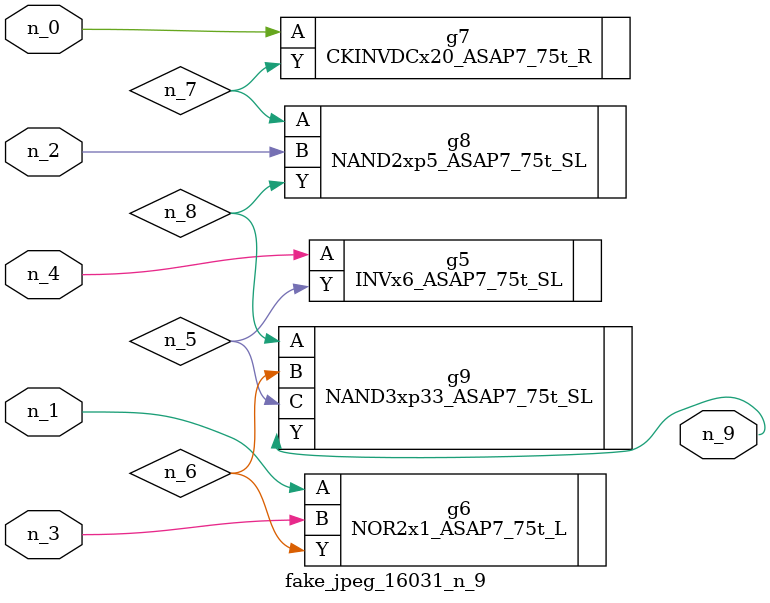
<source format=v>
module fake_jpeg_16031_n_9 (n_3, n_2, n_1, n_0, n_4, n_9);

input n_3;
input n_2;
input n_1;
input n_0;
input n_4;

output n_9;

wire n_8;
wire n_6;
wire n_5;
wire n_7;

INVx6_ASAP7_75t_SL g5 ( 
.A(n_4),
.Y(n_5)
);

NOR2x1_ASAP7_75t_L g6 ( 
.A(n_1),
.B(n_3),
.Y(n_6)
);

CKINVDCx20_ASAP7_75t_R g7 ( 
.A(n_0),
.Y(n_7)
);

NAND2xp5_ASAP7_75t_SL g8 ( 
.A(n_7),
.B(n_2),
.Y(n_8)
);

NAND3xp33_ASAP7_75t_SL g9 ( 
.A(n_8),
.B(n_6),
.C(n_5),
.Y(n_9)
);


endmodule
</source>
